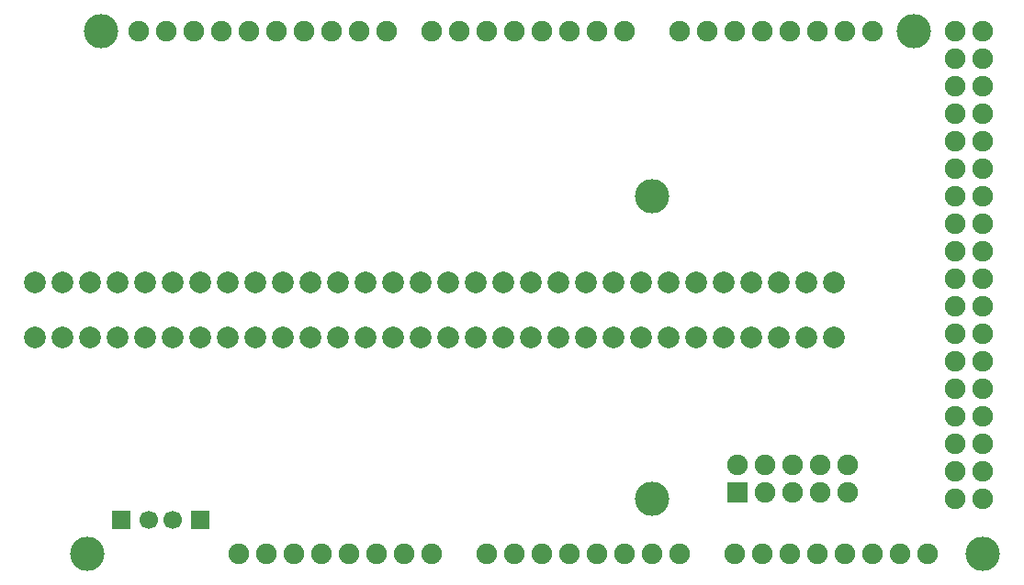
<source format=gbs>
G04 DipTrace 3.2.0.1*
G04 bottom_mask.gbs*
%MOIN*%
G04 #@! TF.FileFunction,Soldermask,Bot*
G04 #@! TF.Part,Single*
%ADD19R,0.066929X0.066929*%
%ADD20C,0.066929*%
%ADD23C,0.125*%
%ADD32C,0.074803*%
%ADD33R,0.074803X0.074803*%
%ADD34C,0.07874*%
%FSLAX26Y26*%
G04*
G70*
G90*
G75*
G01*
G04 BotMask*
%LPD*%
D20*
X1093702Y618701D3*
D19*
X993702D3*
D20*
X1181202D3*
D19*
X1281202D3*
D34*
X3581202Y1481201D3*
Y1281201D3*
X3481202Y1481201D3*
Y1281201D3*
X3081202Y1481201D3*
Y1281201D3*
X2981202Y1481201D3*
Y1281201D3*
X2881202Y1481201D3*
Y1281201D3*
X2581202D3*
Y1481201D3*
X2481202D3*
Y1281201D3*
X2081202D3*
X1981202D3*
X1881202D3*
X1781202D3*
X1681202D3*
X681202D3*
X781202D3*
X881202D3*
X981202D3*
X1081202D3*
X1181202D3*
X1281202D3*
X1381202D3*
X1481202D3*
X1581202D3*
X2081202Y1481201D3*
X1981202D3*
X1881202D3*
X1781202D3*
X1681202D3*
X1581202D3*
X1481202D3*
X1381202D3*
X1281202D3*
X1181202D3*
X1081202D3*
X981202D3*
X881202D3*
X781202D3*
X681202D3*
X2181202Y1281201D3*
Y1481201D3*
X2281202D3*
Y1281201D3*
X2381202Y1481201D3*
Y1281201D3*
X2681202D3*
Y1481201D3*
X2781202D3*
Y1281201D3*
X3181202D3*
Y1481201D3*
X3281202Y1281201D3*
Y1481201D3*
X3381202Y1281201D3*
Y1481201D3*
D33*
X3231202Y718701D3*
D32*
Y818701D3*
X3331202Y718701D3*
Y818701D3*
X3431202Y718701D3*
Y818701D3*
X3531202Y718701D3*
Y818701D3*
X3631202Y718701D3*
Y818701D3*
X4118702Y693701D3*
Y793701D3*
Y893701D3*
Y993701D3*
Y1093701D3*
Y1193701D3*
Y1293701D3*
Y1393701D3*
Y1493701D3*
Y1593701D3*
Y1693701D3*
Y1793701D3*
Y1893701D3*
Y1993701D3*
Y2093701D3*
Y2193701D3*
Y2293701D3*
X4018702Y2393701D3*
Y693701D3*
Y793701D3*
Y893701D3*
Y993701D3*
Y1093701D3*
Y1193701D3*
Y1293701D3*
Y1393701D3*
Y1493701D3*
Y1593701D3*
Y1693701D3*
Y1793701D3*
Y1893701D3*
Y1993701D3*
Y2093701D3*
Y2193701D3*
Y2293701D3*
X4118702Y2393701D3*
X1918702Y493701D3*
X1718702D3*
X1618702D3*
X1518702D3*
X1418702D3*
X2818702D3*
X2718702D3*
X2618702D3*
X2518702D3*
X2418702D3*
X2318702D3*
X1956702Y2393701D3*
X1856702D3*
X1756702D3*
X1656702D3*
X1556702D3*
X1456702D3*
X1356702D3*
X1255702D3*
X1156702D3*
X1056702D3*
X2818702D3*
X2718702D3*
X2618702D3*
X2518702D3*
X2418702D3*
X2318702D3*
X2218702D3*
X2118702D3*
X3018702D3*
X3118702D3*
X3218702D3*
X3318702D3*
X3418702D3*
X3518702D3*
X3618702D3*
X3718702D3*
X2918702Y493701D3*
X3018702D3*
X3218702D3*
X3318702D3*
X3418702D3*
X3518702D3*
X3618702D3*
X3718702D3*
X3818702D3*
X3918702D3*
X1818702D3*
X2118702D3*
X2018702D3*
D23*
X868702D3*
X918702Y2393701D3*
X2918702Y693701D3*
Y1793701D3*
X4118702Y493701D3*
X3868702Y2393701D3*
M02*

</source>
